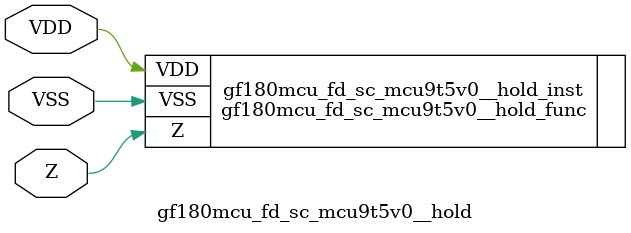
<source format=v>

module gf180mcu_fd_sc_mcu9t5v0__hold( Z, VDD, VSS );
inout VDD, VSS;
inout Z;

   `ifdef FUNCTIONAL  //  functional //

	gf180mcu_fd_sc_mcu9t5v0__hold_func gf180mcu_fd_sc_mcu9t5v0__hold_behav_inst(.Z(Z),.VDD(VDD),.VSS(VSS));

   `else

	gf180mcu_fd_sc_mcu9t5v0__hold_func gf180mcu_fd_sc_mcu9t5v0__hold_inst(.Z(Z),.VDD(VDD),.VSS(VSS));

	// spec_gates_begin


	// spec_gates_end



   specify

	// specify_block_begin

	// specify_block_end

   endspecify

   `endif

endmodule

</source>
